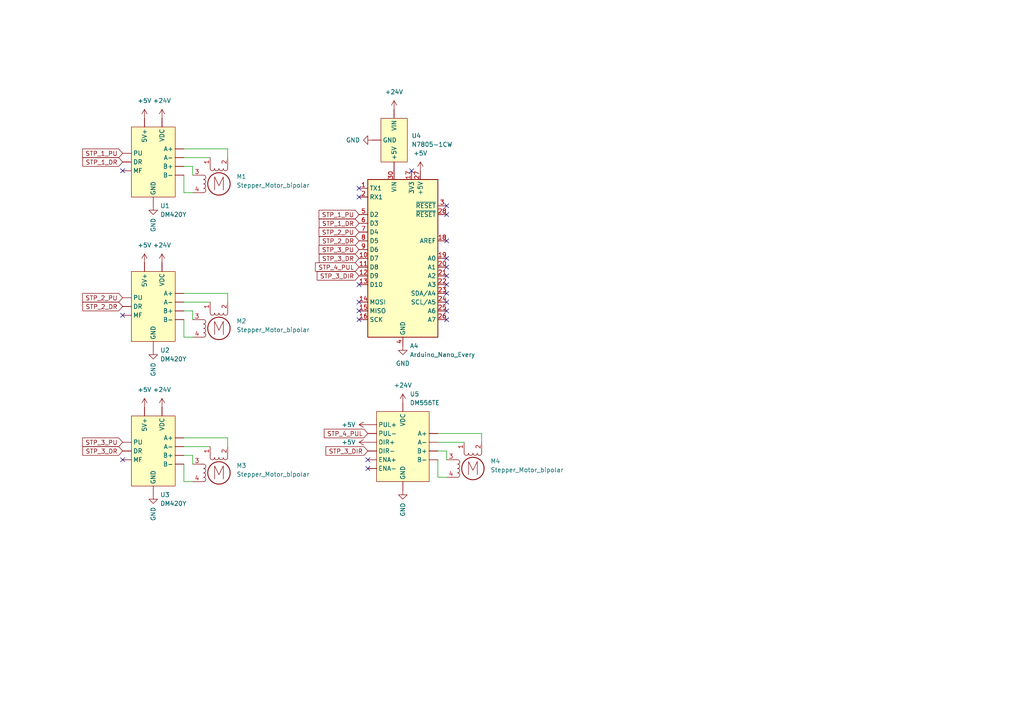
<source format=kicad_sch>
(kicad_sch (version 20211123) (generator eeschema)
  (paper "A4")
  (title_block (title "Stem Research 2025-2026") (date "2025-10-20") (rev "0"))
  (lib_symbols
    (symbol "MCU_Module:Arduino_Nano_Every"
      (property "Reference" "A" (at -10.16 23.495 0))
      (property "Value" "Arduino_Nano_Every" (at 5.08 -24.13 0))
      (symbol "Arduino_Nano_Every_0_1"
        (rectangle (start -10.16 22.86) (end 10.16 -22.86) (stroke (width 0.254)) (fill (type background)))
      )
      (symbol "Arduino_Nano_Every_1_1"
        (pin bidirectional line (at -12.7 20.32 0) (length 2.54) (name "TX1") (number "1"))
        (pin bidirectional line (at -12.7 0 0) (length 2.54) (name "D7") (number "10"))
        (pin bidirectional line (at -12.7 -2.54 0) (length 2.54) (name "D8") (number "11"))
        (pin bidirectional line (at -12.7 -5.08 0) (length 2.54) (name "D9") (number "12"))
        (pin bidirectional line (at -12.7 -7.62 0) (length 2.54) (name "D10") (number "13"))
        (pin bidirectional line (at -12.7 -12.7 0) (length 2.54) (name "MOSI") (number "14"))
        (pin bidirectional line (at -12.7 -15.24 0) (length 2.54) (name "MISO") (number "15"))
        (pin bidirectional line (at -12.7 -17.78 0) (length 2.54) (name "SCK") (number "16"))
        (pin power_out line (at 2.54 25.4 270) (length 2.54) (name "3V3") (number "17"))
        (pin input line (at 12.7 5.08 180) (length 2.54) (name "AREF") (number "18"))
        (pin bidirectional line (at 12.7 0 180) (length 2.54) (name "A0") (number "19"))
        (pin bidirectional line (at -12.7 17.78 0) (length 2.54) (name "RX1") (number "2"))
        (pin bidirectional line (at 12.7 -2.54 180) (length 2.54) (name "A1") (number "20"))
        (pin bidirectional line (at 12.7 -5.08 180) (length 2.54) (name "A2") (number "21"))
        (pin bidirectional line (at 12.7 -7.62 180) (length 2.54) (name "A3") (number "22"))
        (pin bidirectional line (at 12.7 -10.16 180) (length 2.54) (name "SDA/A4") (number "23"))
        (pin bidirectional line (at 12.7 -12.7 180) (length 2.54) (name "SCL/A5") (number "24"))
        (pin bidirectional line (at 12.7 -15.24 180) (length 2.54) (name "A6") (number "25"))
        (pin bidirectional line (at 12.7 -17.78 180) (length 2.54) (name "A7") (number "26"))
        (pin power_out line (at 5.08 25.4 270) (length 2.54) (name "+5V") (number "27"))
        (pin input line (at 12.7 12.7 180) (length 2.54) (name "~{RESET}") (number "28"))
        (pin passive line (at 0 -25.4 90) (length 2.54) hide (name "GND") (number "29"))
        (pin input line (at 12.7 15.24 180) (length 2.54) (name "~{RESET}") (number "3"))
        (pin power_in line (at -2.54 25.4 270) (length 2.54) (name "VIN") (number "30"))
        (pin power_in line (at 0 -25.4 90) (length 2.54) (name "GND") (number "4"))
        (pin bidirectional line (at -12.7 12.7 0) (length 2.54) (name "D2") (number "5"))
        (pin bidirectional line (at -12.7 10.16 0) (length 2.54) (name "D3") (number "6"))
        (pin bidirectional line (at -12.7 7.62 0) (length 2.54) (name "D4") (number "7"))
        (pin bidirectional line (at -12.7 5.08 0) (length 2.54) (name "D5") (number "8"))
        (pin bidirectional line (at -12.7 2.54 0) (length 2.54) (name "D6") (number "9"))
      )
    )
    (symbol "Motor:Stepper_Motor_bipolar" (pin_names (offset 0) hide)
      (property "Reference" "M" (at 3.81 2.54 0))
      (property "Value" "Stepper_Motor_bipolar" (at 3.81 1.27 0))
      (symbol "Stepper_Motor_bipolar_0_0"
        (polyline (pts (xy -1.27 -1.778) (xy -1.27 2.032) (xy 0 -0.508) (xy 1.27 2.032) (xy 1.27 -1.778)))
      )
      (symbol "Stepper_Motor_bipolar_0_1"
        (arc (start -4.445 -2.54) (mid -3.81 -1.905) (end -4.445 -1.27))
        (arc (start -4.445 -1.27) (mid -3.81 -0.635) (end -4.445 0))
        (arc (start -4.445 0) (mid -3.81 0.635) (end -4.445 1.27))
        (arc (start -4.445 1.27) (mid -3.81 1.905) (end -4.445 2.54))
        (arc (start -2.54 4.445) (mid -1.905 3.81) (end -1.27 4.445))
        (arc (start -1.27 4.445) (mid -0.635 3.81) (end 0 4.445))
        (polyline (pts (xy -5.08 -2.54) (xy -4.445 -2.54)))
        (polyline (pts (xy -5.08 2.54) (xy -4.445 2.54)))
        (polyline (pts (xy -2.54 5.08) (xy -2.54 4.445)))
        (polyline (pts (xy 2.54 5.08) (xy 2.54 4.445)))
        (circle (center 0 0) (radius 3.2512) (stroke (width 0.254)))
        (arc (start 0 4.445) (mid 0.635 3.81) (end 1.27 4.445))
        (arc (start 1.27 4.445) (mid 1.905 3.81) (end 2.54 4.445))
      )
      (symbol "Stepper_Motor_bipolar_1_1"
        (pin passive line (at -2.54 7.62 270) (length 2.54) (name "~") (number "1"))
        (pin passive line (at 2.54 7.62 270) (length 2.54) (name "-") (number "2"))
        (pin passive line (at -7.62 2.54 0) (length 2.54) (name "~") (number "3"))
        (pin passive line (at -7.62 -2.54 0) (length 2.54) (name "~") (number "4"))
      )
    )
    (symbol "custom:DM420Y"
      (property "Reference" "U" (at 2.54 13.97 0))
      (property "Value" "DM420Y" (at 5.08 11.43 0))
      (symbol "DM420Y_0_1"
        (rectangle (start -6.35 10.16) (end 6.35 -10.16) (fill (type background)))
      )
      (symbol "DM420Y_1_1"
        (pin power_in line (at -2.54 12.7 270) (length 2.54) (name "5V+") (number ""))
        (pin output line (at 8.89 3.81 180) (length 2.54) (name "A+") (number ""))
        (pin output line (at 8.89 1.27 180) (length 2.54) (name "A-") (number ""))
        (pin output line (at 8.89 -1.27 180) (length 2.54) (name "B+") (number ""))
        (pin output line (at 8.89 -3.81 180) (length 2.54) (name "B-") (number ""))
        (pin input line (at -8.89 0 0) (length 2.54) (name "DR") (number ""))
        (pin power_out line (at 0 -12.7 90) (length 2.54) (name "GND") (number ""))
        (pin input line (at -8.89 -2.54 0) (length 2.54) (name "MF") (number ""))
        (pin input line (at -8.89 2.54 0) (length 2.54) (name "PU") (number ""))
        (pin power_in line (at 2.54 12.7 270) (length 2.54) (name "VDC") (number ""))
      )
    )
    (symbol "custom:DM556TE"
      (property "Reference" "U" (at 2.54 11.43 0))
      (property "Value" "DM556TE" (at 6.35 13.97 0))
      (symbol "DM556TE_0_1"
        (rectangle (start -7.62 10.16) (end 7.62 -10.16) (fill (type background)))
      )
      (symbol "DM556TE_1_1"
        (pin output line (at 10.16 3.81 180) (length 2.54) (name "A+") (number ""))
        (pin output line (at 10.16 1.27 180) (length 2.54) (name "A-") (number ""))
        (pin output line (at 10.16 -1.27 180) (length 2.54) (name "B+") (number ""))
        (pin output line (at 10.16 -3.81 180) (length 2.54) (name "B-") (number ""))
        (pin input line (at -10.16 1.27 0) (length 2.54) (name "DIR+") (number ""))
        (pin output line (at -10.16 -1.27 0) (length 2.54) (name "DIR-") (number ""))
        (pin input line (at -10.16 -3.81 0) (length 2.54) (name "ENA+") (number ""))
        (pin output line (at -10.16 -6.35 0) (length 2.54) (name "ENA-") (number ""))
        (pin power_out line (at 0 -12.7 90) (length 2.54) (name "GND") (number ""))
        (pin input line (at -10.16 6.35 0) (length 2.54) (name "PUL+") (number ""))
        (pin output line (at -10.16 3.81 0) (length 2.54) (name "PUL-") (number ""))
        (pin power_in line (at 0 12.7 270) (length 2.54) (name "VDC") (number ""))
      )
    )
    (symbol "custom:N7805-1CW"
      (property "Reference" "U" (at 0 5.08 0))
      (property "Value" "N7805-1CW" (at 0 7.62 0))
      (symbol "N7805-1CW_0_1"
        (rectangle (start -6.35 3.81) (end 6.35 -3.81) (fill (type background)))
      )
      (symbol "N7805-1CW_1_1"
        (pin power_out line (at 8.89 0 180) (length 2.54) (name "+5V") (number ""))
        (pin power_out line (at 0 -6.35 90) (length 2.54) (name "GND") (number ""))
        (pin power_in line (at -8.89 0 0) (length 2.54) (name "VIN") (number ""))
      )
    )
    (symbol "power:+24V" (power) (pin_names (offset 0))
      (property "Value" "+24V" (at 0 3.556 0))
      (symbol "+24V_0_1"
        (polyline (pts (xy -0.762 1.27) (xy 0 2.54)))
        (polyline (pts (xy 0 0) (xy 0 2.54)))
        (polyline (pts (xy 0 2.54) (xy 0.762 1.27)))
      )
      (symbol "+24V_1_1"
        (pin power_in line (at 0 0 90) (length 0) hide (name "+24V") (number "1"))
      )
    )
    (symbol "power:+5V" (power) (pin_names (offset 0))
      (property "Value" "+5V" (at 0 3.556 0))
      (symbol "+5V_0_1"
        (polyline (pts (xy -0.762 1.27) (xy 0 2.54)))
        (polyline (pts (xy 0 0) (xy 0 2.54)))
        (polyline (pts (xy 0 2.54) (xy 0.762 1.27)))
      )
      (symbol "+5V_1_1"
        (pin power_in line (at 0 0 90) (length 0) hide (name "+5V") (number "1"))
      )
    )
    (symbol "power:GND" (power) (pin_names (offset 0))
      (property "Value" "GND" (at 0 -3.81 0))
      (symbol "GND_0_1"
        (polyline (pts (xy 0 0) (xy 0 -1.27) (xy 1.27 -1.27) (xy 0 -2.54) (xy -1.27 -1.27) (xy 0 -1.27)))
      )
      (symbol "GND_1_1"
        (pin power_in line (at 0 0 270) (length 0) hide (name "GND") (number "1"))
      )
    )
  )
  (no_connect (at 129.54 92.71))
  (no_connect (at 129.54 80.01))
  (no_connect (at 129.54 77.47))
  (no_connect (at 129.54 82.55))
  (no_connect (at 129.54 85.09))
  (no_connect (at 129.54 87.63))
  (no_connect (at 129.54 90.17))
  (no_connect (at 104.14 92.71))
  (no_connect (at 104.14 54.61))
  (no_connect (at 104.14 57.15))
  (no_connect (at 129.54 59.69))
  (no_connect (at 129.54 69.85))
  (no_connect (at 129.54 62.23))
  (no_connect (at 104.14 87.63))
  (no_connect (at 129.54 74.93))
  (no_connect (at 104.14 82.55))
  (no_connect (at 119.38 49.53))
  (no_connect (at 106.68 133.35))
  (no_connect (at 35.56 91.44))
  (no_connect (at 35.56 49.53))
  (no_connect (at 106.68 135.89))
  (no_connect (at 104.14 90.17))
  (no_connect (at 35.56 133.35))
  (wire (pts (xy 127 128.27) (xy 134.62 128.27)))
  (wire (pts (xy 129.54 130.81) (xy 127 130.81)))
  (wire (pts (xy 53.34 139.7) (xy 53.34 134.62)))
  (wire (pts (xy 53.34 55.88) (xy 53.34 50.8)))
  (wire (pts (xy 55.88 92.71) (xy 55.88 90.17)))
  (wire (pts (xy 55.88 97.79) (xy 53.34 97.79)))
  (wire (pts (xy 53.34 132.08) (xy 55.88 132.08)))
  (wire (pts (xy 53.34 87.63) (xy 60.96 87.63)))
  (wire (pts (xy 66.04 43.18) (xy 53.34 43.18)))
  (wire (pts (xy 66.04 127) (xy 53.34 127)))
  (wire (pts (xy 55.88 134.62) (xy 55.88 132.08)))
  (wire (pts (xy 53.34 129.54) (xy 60.96 129.54)))
  (wire (pts (xy 66.04 129.54) (xy 66.04 127)))
  (wire (pts (xy 66.04 87.63) (xy 66.04 85.09)))
  (wire (pts (xy 53.34 90.17) (xy 55.88 90.17)))
  (wire (pts (xy 66.04 45.72) (xy 66.04 43.18)))
  (wire (pts (xy 129.54 133.35) (xy 129.54 130.81)))
  (wire (pts (xy 53.34 97.79) (xy 53.34 92.71)))
  (wire (pts (xy 55.88 55.88) (xy 53.34 55.88)))
  (wire (pts (xy 139.7 125.73) (xy 127 125.73)))
  (wire (pts (xy 127 138.43) (xy 127 133.35)))
  (wire (pts (xy 139.7 128.27) (xy 139.7 125.73)))
  (wire (pts (xy 55.88 50.8) (xy 55.88 48.26)))
  (wire (pts (xy 53.34 48.26) (xy 55.88 48.26)))
  (wire (pts (xy 129.54 138.43) (xy 127 138.43)))
  (wire (pts (xy 53.34 45.72) (xy 60.96 45.72)))
  (wire (pts (xy 66.04 85.09) (xy 53.34 85.09)))
  (wire (pts (xy 55.88 139.7) (xy 53.34 139.7)))
  (global_label "STP_3_DIR" (shape input) (at 106.68 130.81 180) (property "Intersheet References" "${INTERSHEET_REFS}" (effects hide)))
  (global_label "STP_3_PU" (shape input) (at 104.14 72.39 180) (property "Intersheet References" "${INTERSHEET_REFS}" (effects hide)))
  (global_label "STP_3_DR" (shape input) (at 104.14 74.93 180) (property "Intersheet References" "${INTERSHEET_REFS}" (effects hide)))
  (global_label "STP_2_DR" (shape input) (at 104.14 69.85 180) (property "Intersheet References" "${INTERSHEET_REFS}" (effects hide)))
  (global_label "STP_4_PUL" (shape input) (at 104.14 77.47 180) (property "Intersheet References" "${INTERSHEET_REFS}" (effects hide)))
  (global_label "STP_1_PU" (shape input) (at 104.14 62.23 180) (property "Intersheet References" "${INTERSHEET_REFS}" (effects hide)))
  (global_label "STP_3_DR" (shape input) (at 35.56 130.81 180) (property "Intersheet References" "${INTERSHEET_REFS}" (effects hide)))
  (global_label "STP_3_PU" (shape input) (at 35.56 128.27 180) (property "Intersheet References" "${INTERSHEET_REFS}" (effects hide)))
  (global_label "STP_1_DR" (shape input) (at 104.14 64.77 180) (property "Intersheet References" "${INTERSHEET_REFS}" (effects hide)))
  (global_label "STP_2_PU" (shape input) (at 104.14 67.31 180) (property "Intersheet References" "${INTERSHEET_REFS}" (effects hide)))
  (global_label "STP_2_PU" (shape input) (at 35.56 86.36 180) (property "Intersheet References" "${INTERSHEET_REFS}" (effects hide)))
  (global_label "STP_3_DIR" (shape input) (at 104.14 80.01 180) (property "Intersheet References" "${INTERSHEET_REFS}" (effects hide)))
  (global_label "STP_4_PUL" (shape input) (at 106.68 125.73 180) (property "Intersheet References" "${INTERSHEET_REFS}" (effects hide)))
  (global_label "STP_1_DR" (shape input) (at 35.56 46.99 180) (property "Intersheet References" "${INTERSHEET_REFS}" (effects hide)))
  (global_label "STP_2_DR" (shape input) (at 35.56 88.9 180) (property "Intersheet References" "${INTERSHEET_REFS}" (effects hide)))
  (global_label "STP_1_PU" (shape input) (at 35.56 44.45 180) (property "Intersheet References" "${INTERSHEET_REFS}" (effects hide)))
  (symbol (lib_id "power:GND") (at 44.45 143.51 0) (unit 1)
    (property "Reference" "#PWR06" (effects hide))
    (property "Value" "GND" (at 44.45 151.13 90) (effects (justify left)))
  )
  (symbol (lib_id "Motor:Stepper_Motor_bipolar") (at 63.5 95.25 0) (unit 1)
    (property "Reference" "M2" (at 68.58 93.129 0) (effects (justify left)))
    (property "Value" "Stepper_Motor_bipolar" (at 68.58 95.669 0) (effects (justify left)))
    (property "Datasheet" "http://www.infineon.com/dgdl/Application-Note-TLE8110EE_driving_UniPolarStepperMotor_V1.1.pdf?fileId=db3a30431be39b97011be5d0aa0a00b0" (effects hide))
  )
  (symbol (lib_id "power:+24V") (at 116.84 116.84 0) (unit 1)
    (property "Reference" "#PWR014" (effects hide))
    (property "Value" "+24V" (at 116.84 111.76 0))
  )
  (symbol (lib_id "MCU_Module:Arduino_Nano_Every") (at 116.84 74.93 0) (unit 1)
    (property "Reference" "A4" (at 118.8594 100.33 0) (effects (justify left)))
    (property "Value" "Arduino_Nano_Every" (at 118.8594 102.87 0) (effects (justify left)))
    (property "Footprint" "Module:Arduino_Nano" (effects hide))
    (property "Datasheet" "https://content.arduino.cc/assets/NANOEveryV3.0_sch.pdf" (effects hide))
  )
  (symbol (lib_id "power:GND") (at 116.84 142.24 0) (unit 1)
    (property "Reference" "#PWR015" (effects hide))
    (property "Value" "GND" (at 116.84 149.86 90) (effects (justify left)))
  )
  (symbol (lib_id "power:+24V") (at 46.99 76.2 0) (unit 1)
    (property "Reference" "#PWR08" (effects hide))
    (property "Value" "+24V" (at 46.99 71.12 0))
  )
  (symbol (lib_id "power:GND") (at 44.45 101.6 0) (unit 1)
    (property "Reference" "#PWR05" (effects hide))
    (property "Value" "GND" (at 44.45 109.22 90) (effects (justify left)))
  )
  (symbol (lib_id "custom:N7805-1CW") (at 114.3 40.64 270) (unit 1)
    (property "Reference" "U4" (at 119.38 39.3699 90) (effects (justify left)))
    (property "Value" "N7805-1CW" (at 119.38 41.9099 90) (effects (justify left)))
  )
  (symbol (lib_id "Motor:Stepper_Motor_bipolar") (at 63.5 137.16 0) (unit 1)
    (property "Reference" "M3" (at 68.58 135.039 0) (effects (justify left)))
    (property "Value" "Stepper_Motor_bipolar" (at 68.58 137.579 0) (effects (justify left)))
    (property "Datasheet" "http://www.infineon.com/dgdl/Application-Note-TLE8110EE_driving_UniPolarStepperMotor_V1.1.pdf?fileId=db3a30431be39b97011be5d0aa0a00b0" (effects hide))
  )
  (symbol (lib_id "Motor:Stepper_Motor_bipolar") (at 63.5 53.34 0) (unit 1)
    (property "Reference" "M1" (at 68.58 51.219 0) (effects (justify left)))
    (property "Value" "Stepper_Motor_bipolar" (at 68.58 53.759 0) (effects (justify left)))
    (property "Datasheet" "http://www.infineon.com/dgdl/Application-Note-TLE8110EE_driving_UniPolarStepperMotor_V1.1.pdf?fileId=db3a30431be39b97011be5d0aa0a00b0" (effects hide))
  )
  (symbol (lib_id "power:+5V") (at 106.68 123.19 90) (unit 1)
    (property "Reference" "#PWR010" (effects hide))
    (property "Value" "+5V" (at 99.06 123.19 90) (effects (justify right)))
  )
  (symbol (lib_id "power:+5V") (at 41.91 118.11 0) (unit 1)
    (property "Reference" "#PWR03" (effects hide))
    (property "Value" "+5V" (at 41.91 113.03 0))
  )
  (symbol (lib_id "power:+5V") (at 41.91 76.2 0) (unit 1)
    (property "Reference" "#PWR02" (effects hide))
    (property "Value" "+5V" (at 41.91 71.12 0))
  )
  (symbol (lib_id "power:+24V") (at 46.99 34.29 0) (unit 1)
    (property "Reference" "#PWR07" (effects hide))
    (property "Value" "+24V" (at 46.99 29.21 0))
  )
  (symbol (lib_id "power:+24V") (at 46.99 118.11 0) (unit 1)
    (property "Reference" "#PWR09" (effects hide))
    (property "Value" "+24V" (at 46.99 113.03 0))
  )
  (symbol (lib_id "Motor:Stepper_Motor_bipolar") (at 137.16 135.89 0) (unit 1)
    (property "Reference" "M4" (at 142.24 133.769 0) (effects (justify left)))
    (property "Value" "Stepper_Motor_bipolar" (at 142.24 136.309 0) (effects (justify left)))
    (property "Datasheet" "http://www.infineon.com/dgdl/Application-Note-TLE8110EE_driving_UniPolarStepperMotor_V1.1.pdf?fileId=db3a30431be39b97011be5d0aa0a00b0" (effects hide))
  )
  (symbol (lib_id "power:+24V") (at 114.3 31.75 0) (unit 1)
    (property "Reference" "#PWR013" (effects hide))
    (property "Value" "+24V" (at 114.3 26.67 0))
  )
  (symbol (lib_id "power:+5V") (at 121.92 49.53 0) (unit 1)
    (property "Reference" "#PWR017" (effects hide))
    (property "Value" "+5V" (at 121.92 44.45 0))
  )
  (symbol (lib_id "custom:DM556TE") (at 116.84 129.54 0) (unit 1)
    (property "Reference" "U5" (at 118.8594 114.3 0) (effects (justify left)))
    (property "Value" "DM556TE" (at 118.8594 116.84 0) (effects (justify left)))
  )
  (symbol (lib_id "power:GND") (at 107.95 40.64 270) (unit 1)
    (property "Reference" "#PWR012" (effects hide))
    (property "Value" "GND" (at 100.33 40.64 90) (effects (justify left)))
  )
  (symbol (lib_id "power:+5V") (at 41.91 34.29 0) (unit 1)
    (property "Reference" "#PWR01" (effects hide))
    (property "Value" "+5V" (at 41.91 29.21 0))
  )
  (symbol (lib_id "custom:DM420Y") (at 44.45 88.9 0) (unit 1)
    (property "Reference" "U2" (at 46.4694 101.6 0) (effects (justify left)))
    (property "Value" "DM420Y" (at 46.4694 104.14 0) (effects (justify left)))
  )
  (symbol (lib_id "custom:DM420Y") (at 44.45 46.99 0) (unit 1)
    (property "Reference" "U1" (at 46.4694 59.69 0) (effects (justify left)))
    (property "Value" "DM420Y" (at 46.4694 62.23 0) (effects (justify left)))
  )
  (symbol (lib_id "custom:DM420Y") (at 44.45 130.81 0) (unit 1)
    (property "Reference" "U3" (at 46.4694 143.51 0) (effects (justify left)))
    (property "Value" "DM420Y" (at 46.4694 146.05 0) (effects (justify left)))
  )
  (symbol (lib_id "power:GND") (at 44.45 59.69 0) (unit 1)
    (property "Reference" "#PWR04" (effects hide))
    (property "Value" "GND" (at 44.45 67.31 90) (effects (justify left)))
  )
  (symbol (lib_id "power:+5V") (at 106.68 128.27 90) (unit 1)
    (property "Reference" "#PWR011" (effects hide))
    (property "Value" "+5V" (at 99.06 128.27 90) (effects (justify right)))
  )
  (symbol (lib_id "power:GND") (at 116.84 100.33 0) (unit 1)
    (property "Reference" "#PWR016" (effects hide))
    (property "Value" "GND" (at 116.84 105.41 0))
  )
)
</source>
